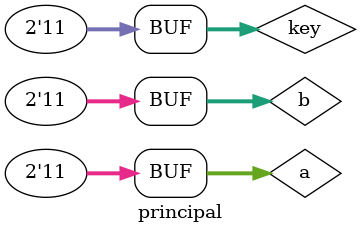
<source format=v>

module operation(output [3:0]s1, output [3:0]s0, input[1:0]a, input[1:0]b);
	wire [3:0]s0;
	wire [3:0]s1;
	
	xor xor0(s1[0],a[0],b[0]);
	xor xor1(s1[1],a[1],b[1]);
	
	xnor xnor0(s1[2],a[0],b[0]);
	xnor xnor1(s1[3],a[1],b[1]);
	
	or or0(s0[0],a[0],b[0]);
	or or1(s0[1],a[1],b[1]);
	
	nor nor0(s0[2],a[0],b[0]);
	nor nor1(s0[3],a[1],b[1]);

endmodule //operation

module chave(s,xorXnor,orNor,sinal);
	output [1:0]s;
	reg[1:0]s;
	input [3:0]xorXnor;
	input [3:0]orNor;
	input [1:0]sinal;
	
	always @(orNor or xorXnor or sinal)
	begin
		if(sinal == 2'b00)
				s = orNor[1:0];
		else if(sinal == 2'b01)
				s = orNor[3:2];
		else if(sinal == 2'b10)
				s = xorXnor[1:0];
		else
				s = xorXnor[3:2];
	end
			
endmodule //chave

module principal;
	reg[1:0]a;
	reg[1:0]b;
	wire [3:0]w0;
	wire [3:0]w1;
	wire [1:0]s;
	
	reg [1:0]key;
	
		
	initial begin:start
		a = 2'b00;
		b = 2'b00;
		key = 2'b00;
	end
	
	operation op1(w1,w0,a,b);
	chave chave1(s,w1,w0,key);

	initial begin:main
		$display("Exemplo0034 - Thaise Souto Martins - 395504");
		$display("LU's test - seleção entre operações or/and - nor/nand");
		$display("key: (00)- or\t(01) - nor\t(10) - xor\t(11) - xnor");
		
		$display("\n\t\tt \tkey \t a op b = s\n");
		$monitor("%d \t %b \t %2b op %2b = %2b",$time, key , a, b,s);
		#1 key = 2'b01;
		#1 key = 2'b10;
		#1 key = 2'b11;
		#1 b = 2'b01; key = 2'b00;
		#1 key = 2'b01;
		#1 key = 2'b10;
		#1 key = 2'b11;
		#1 b = 2'b10; key = 2'b00;
		#1 key = 2'b01;
		#1 key = 2'b10;
		#1 key = 2'b11;
		#1 b = 2'b11; key = 2'b00;
		#1 key = 2'b01;
		#1 key = 2'b10;
		#1 key = 2'b11;
		
		#1 a = 2'b01; b = 2'b00; key = 2'b00;
		#1 key = 2'b01;
		#1 key = 2'b10;
		#1 key = 2'b11;
		#1 b = 2'b01; key = 2'b00;
		#1 key = 2'b01;
		#1 key = 2'b10;
		#1 key = 2'b11;
		#1 b = 2'b10; key = 2'b00;
		#1 key = 2'b01;
		#1 key = 2'b10;
		#1 key = 2'b11;
		#1 b = 2'b11; key = 2'b00;
		#1 key = 2'b01;
		#1 key = 2'b10;
		#1 key = 2'b11;
		
		#1 a = 2'b10; b = 2'b00; key = 2'b00;
		#1 key = 2'b01;
		#1 key = 2'b10;
		#1 key = 2'b11;
		#1 b = 2'b01; key = 2'b00;
		#1 key = 2'b01;
		#1 key = 2'b10;
		#1 key = 2'b11;
		#1 b = 2'b10; key = 2'b00;
		#1 key = 2'b01;
		#1 key = 2'b10;
		#1 key = 2'b11;
		#1 b = 2'b11; key = 2'b00;
		#1 key = 2'b01;
		#1 key = 2'b10;
		#1 key = 2'b11;
		
		#1 a = 2'b11; b = 2'b00; key = 2'b00;
		#1 key = 2'b01;
		#1 key = 2'b10;
		#1 key = 2'b11;
		#1 b = 2'b01; key = 2'b00;
		#1 key = 2'b01;
		#1 key = 2'b10;
		#1 key = 2'b11;
		#1 b = 2'b10; key = 2'b00;
		#1 key = 2'b01;
		#1 key = 2'b10;
		#1 key = 2'b11;
		#1 b = 2'b11; key = 2'b00;
		#1 key = 2'b01;
		#1 key = 2'b10;
		#1 key = 2'b11;
	end
	
endmodule //principal
</source>
